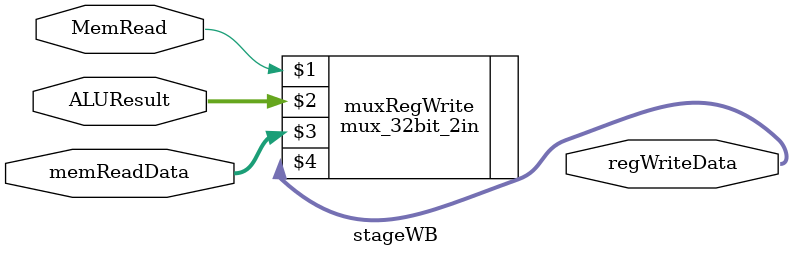
<source format=v>

`include "aux-blocks.v"

module stageWB(
	//Entradas do "pass!" - MEM/WB
	input  wire        MemRead, //Control - WB
	input  wire [31:0] ALUResult,
	input  wire [31:0] memReadData,
	//Saídas para o Banco de Registradores
	output wire [31:0] regWriteData
);

	// Fios e registradores
	//==============================
	// N/A

	// Atribuições
	//==============================
	// N/A

	// Blocos principais
	//==============================
	// N/A

	// Blocos auxiliares
	//==============================
	mux_32bit_2in muxRegWrite(MemRead, ALUResult, memReadData, regWriteData);

endmodule
</source>
